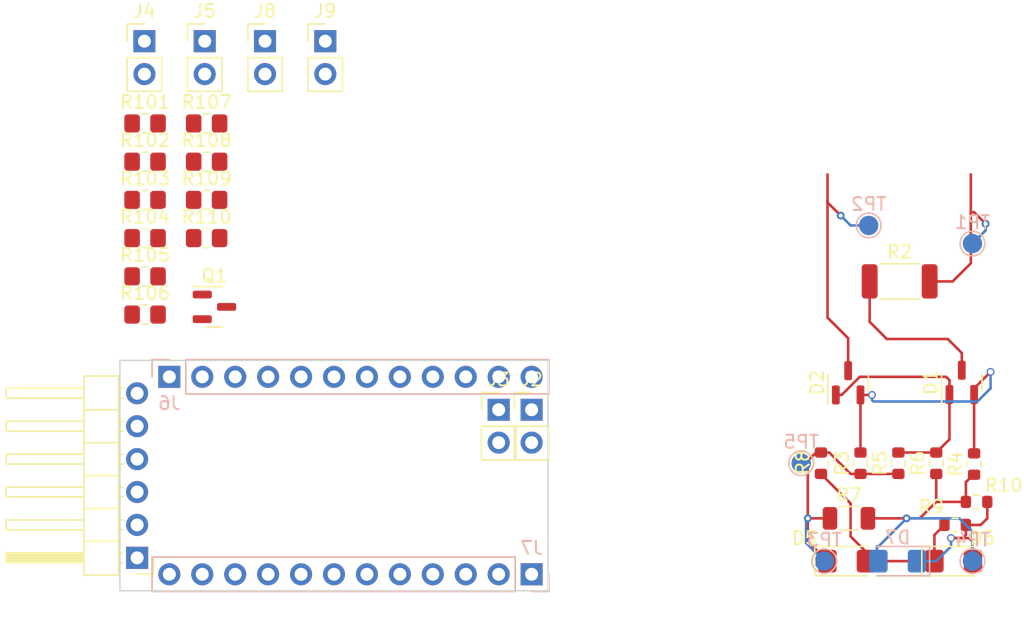
<source format=kicad_pcb>
(kicad_pcb (version 20221018) (generator pcbnew)
  (title_block (date "sam. 04 avril 2015"))
  (layers (0 "F.Cu" signal) (31 "B.Cu" signal) (34 "B.Paste" user) (35 "F.Paste" user) (36 "B.SilkS" user "B.Silkscreen") (37 "F.SilkS" user "F.Silkscreen") (38 "B.Mask" user) (39 "F.Mask" user) (44 "Edge.Cuts" user))
  (net 0 "")
  (net 1 "GND")
  (net 2 "/~{RESET}")
  (net 3 "VCC")
  (net 4 "/*D9")
  (net 5 "/D8")
  (net 6 "/D7")
  (net 7 "/*D6")
  (net 8 "/*D5")
  (net 9 "/D4")
  (net 10 "/A3")
  (net 11 "/A2")
  (net 12 "/A1")
  (net 13 "/A0")
  (net 14 "/A7")
  (net 15 "/A6")
  (net 16 "/D2")
  (net 17 "/*D3")
  (net 18 "/DTR")
  (net 19 "/TX")
  (net 20 "/RX")
  (net 21 "/SCL{slash}A5")
  (net 22 "/SDA{slash}A4")
  (net 23 "/SS{slash}*D10")
  (net 24 "/MOSI{slash}*D11")
  (net 25 "/MISO{slash}D12")
  (net 26 "/SCK{slash}D13")
  (net 27 "VDC")
  (net 28 "Net-(BT1-+)")
  (net 29 "Net-(BT1--)")
  (net 30 "Net-(Q1-B)")
  (net 31 "Net-(BZ1-+)")
  (net 32 "Net-(BZ1--)")
  (net 33 "/LED_1")
  (net 34 "/LED_2")
  (net 35 "/LED_3")
  (net 36 "/LED_4")
  (net 37 "Net-(D5-A)")
  (net 38 "Net-(D6-A)")
  (net 39 "/schineder button led circuit/Vin2")
  (net 40 "Net-(D7-A)")
  (net 41 "Net-(D1-A)")
  (net 42 "Net-(D1-K-Pad1)")
  (net 43 "Net-(D5-K)")
  (net 44 "/schineder button led circuit/Fill")
  (net 45 "/schineder button led circuit/Vin1")
  (footprint "Resistor_SMD:R_0805_2012Metric_Pad1.20x1.40mm_HandSolder" (layer "F.Cu") (at 101.9385 72.784)
    (fp_text reference "R104" (at 0 -1.65) (layer "F.SilkS"))
    (fp_text value "220")
    (fp_line (start -0.227064 -0.735) (end 0.227064 -0.735) (stroke (width 0.12)) (layer "F.SilkS"))
    (fp_line (start -0.227064 0.735) (end 0.227064 0.735) (stroke (width 0.12)) (layer "F.SilkS"))
    (pad "1" smd roundrect (at -1 0) (size 1.2 1.4) (layers "F.Cu" "F.Paste" "F.Mask") (roundrect_rratio 0.208333) (net 17 "/*D3"))
    (pad "2" smd roundrect (at 1 0) (size 1.2 1.4) (layers "F.Cu" "F.Paste" "F.Mask") (roundrect_rratio 0.208333) (net 34 "/LED_2"))
  )
  (footprint "Connector_PinHeader_2.54mm:PinHeader_1x02_P2.54mm_Vertical" (layer "F.Cu") (at 101.8885 57.584)
    (fp_text reference "J4" (at 0 -2.33) (layer "F.SilkS"))
    (fp_text value "Vi+")
    (fp_line (start -1.33 -1.33) (end 0 -1.33) (stroke (width 0.12)) (layer "F.SilkS"))
    (fp_line (start -1.33 0) (end -1.33 -1.33) (stroke (width 0.12)) (layer "F.SilkS"))
    (fp_line (start -1.33 1.27) (end -1.33 3.87) (stroke (width 0.12)) (layer "F.SilkS"))
    (fp_line (start -1.33 1.27) (end 1.33 1.27) (stroke (width 0.12)) (layer "F.SilkS"))
    (fp_line (start -1.33 3.87) (end 1.33 3.87) (stroke (width 0.12)) (layer "F.SilkS"))
    (fp_line (start 1.33 1.27) (end 1.33 3.87) (stroke (width 0.12)) (layer "F.SilkS"))
    (pad "1" thru_hole rect (at 0 0) (size 1.7 1.7) (drill 1) (layers "*.Cu" "*.Mask") (net 28 "Net-(BT1-+)"))
    (pad "2" thru_hole oval (at 0 2.54) (size 1.7 1.7) (drill 1) (layers "*.Cu" "*.Mask") (net 28 "Net-(BT1-+)"))
  )
  (footprint "Resistor_SMD:R_0805_2012Metric_Pad1.20x1.40mm_HandSolder" (layer "F.Cu") (at 106.6885 66.884)
    (fp_text reference "R108" (at 0 -1.65) (layer "F.SilkS"))
    (fp_text value "4k7")
    (fp_line (start -0.227064 -0.735) (end 0.227064 -0.735) (stroke (width 0.12)) (layer "F.SilkS"))
    (fp_line (start -0.227064 0.735) (end 0.227064 0.735) (stroke (width 0.12)) (layer "F.SilkS"))
    (pad "1" smd roundrect (at -1 0) (size 1.2 1.4) (layers "F.Cu" "F.Paste" "F.Mask") (roundrect_rratio 0.208333) (net 3 "VCC"))
    (pad "2" smd roundrect (at 1 0) (size 1.2 1.4) (layers "F.Cu" "F.Paste" "F.Mask") (roundrect_rratio 0.208333) (net 12 "/A1"))
  )
  (footprint "Resistor_SMD:R_0603_1608Metric" (layer "F.Cu") (at 164.413 94.92)
    (fp_text reference "R9" (at -1.842 -1.397) (layer "F.SilkS"))
    (fp_text value "NC")
    (fp_line (start -0.237258 -0.5225) (end 0.237258 -0.5225) (stroke (width 0.12)) (layer "F.SilkS"))
    (fp_line (start -0.237258 0.5225) (end 0.237258 0.5225) (stroke (width 0.12)) (layer "F.SilkS"))
    (pad "1" smd roundrect (at -0.825 0) (size 0.8 0.95) (layers "F.Cu" "F.Paste" "F.Mask") (net 37 "Net-(D5-A)"))
    (pad "2" smd roundrect (at 0.825 0) (size 0.8 0.95) (layers "F.Cu" "F.Paste" "F.Mask") (net 38 "Net-(D6-A)"))
  )
  (footprint "Resistor_SMD:R_0805_2012Metric_Pad1.20x1.40mm_HandSolder" (layer "F.Cu") (at 106.6885 63.934)
    (fp_text reference "R107" (at 0 -1.65) (layer "F.SilkS"))
    (fp_text value "4k7")
    (fp_line (start -0.227064 -0.735) (end 0.227064 -0.735) (stroke (width 0.12)) (layer "F.SilkS"))
    (fp_line (start -0.227064 0.735) (end 0.227064 0.735) (stroke (width 0.12)) (layer "F.SilkS"))
    (pad "1" smd roundrect (at -1 0) (size 1.2 1.4) (layers "F.Cu" "F.Paste" "F.Mask") (roundrect_rratio 0.208333) (net 3 "VCC"))
    (pad "2" smd roundrect (at 1 0) (size 1.2 1.4) (layers "F.Cu" "F.Paste" "F.Mask") (roundrect_rratio 0.208333) (net 13 "/A0"))
  )
  (footprint "Package_TO_SOT_SMD:SOT-23" (layer "F.Cu") (at 156.16 83.9495 90)
    (fp_text reference "D2" (at 0 -2.4 90) (layer "F.SilkS"))
    (fp_text value "BAV99")
    (fp_line (start 0 -1.56) (end -1.675 -1.56) (stroke (width 0.12)) (layer "F.SilkS"))
    (fp_line (start 0 -1.56) (end 0.65 -1.56) (stroke (width 0.12)) (layer "F.SilkS"))
    (fp_line (start 0 1.56) (end -0.65 1.56) (stroke (width 0.12)) (layer "F.SilkS"))
    (fp_line (start 0 1.56) (end 0.65 1.56) (stroke (width 0.12)) (layer "F.SilkS"))
    (pad "1" smd roundrect (at -0.9375 -0.95 90) (size 1.475 0.6) (layers "F.Cu" "F.Paste" "F.Mask") (net 42 "Net-(D1-K-Pad1)"))
    (pad "2" smd roundrect (at -0.9375 0.95 90) (size 1.475 0.6) (layers "F.Cu" "F.Paste" "F.Mask") (net 41 "Net-(D1-A)"))
    (pad "3" smd roundrect (at 0.9375 0 90) (size 1.475 0.6) (layers "F.Cu" "F.Paste" "F.Mask") (net 45 "/schineder button led circuit/Vin1"))
  )
  (footprint "Connector_PinHeader_2.54mm:PinHeader_1x02_P2.54mm_Vertical" (layer "F.Cu") (at 131.75 86.03)
    (fp_text reference "J2" (at 0 -2.33) (layer "F.SilkS"))
    (fp_text value "I2C")
    (fp_line (start -1.33 -1.33) (end 0 -1.33) (stroke (width 0.12)) (layer "F.SilkS"))
    (fp_line (start -1.33 0) (end -1.33 -1.33) (stroke (width 0.12)) (layer "F.SilkS"))
    (fp_line (start -1.33 1.27) (end -1.33 3.87) (stroke (width 0.12)) (layer "F.SilkS"))
    (fp_line (start -1.33 1.27) (end 1.33 1.27) (stroke (width 0.12)) (layer "F.SilkS"))
    (fp_line (start -1.33 3.87) (end 1.33 3.87) (stroke (width 0.12)) (layer "F.SilkS"))
    (fp_line (start 1.33 1.27) (end 1.33 3.87) (stroke (width 0.12)) (layer "F.SilkS"))
    (pad "1" thru_hole rect (at 0 0) (size 1.7 1.7) (drill 1) (layers "*.Cu" "*.Mask") (net 22 "/SDA{slash}A4"))
    (pad "2" thru_hole oval (at 0 2.54) (size 1.7 1.7) (drill 1) (layers "*.Cu" "*.Mask") (net 21 "/SCL{slash}A5"))
  )
  (footprint "Resistor_SMD:R_0805_2012Metric_Pad1.20x1.40mm_HandSolder" (layer "F.Cu") (at 101.9385 63.934)
    (fp_text reference "R101" (at 0 -1.65) (layer "F.SilkS"))
    (fp_text value "R")
    (fp_line (start -0.227064 -0.735) (end 0.227064 -0.735) (stroke (width 0.12)) (layer "F.SilkS"))
    (fp_line (start -0.227064 0.735) (end 0.227064 0.735) (stroke (width 0.12)) (layer "F.SilkS"))
    (pad "1" smd roundrect (at -1 0) (size 1.2 1.4) (layers "F.Cu" "F.Paste" "F.Mask") (roundrect_rratio 0.208333) (net 3 "VCC"))
    (pad "2" smd roundrect (at 1 0) (size 1.2 1.4) (layers "F.Cu" "F.Paste" "F.Mask") (roundrect_rratio 0.208333) (net 32 "Net-(BZ1--)"))
  )
  (footprint "Package_TO_SOT_SMD:SOT-23" (layer "F.Cu") (at 164.923 83.9195 90)
    (fp_text reference "D1" (at 0 -2.4 90) (layer "F.SilkS"))
    (fp_text value "BAV99")
    (fp_line (start 0 -1.56) (end -1.675 -1.56) (stroke (width 0.12)) (layer "F.SilkS"))
    (fp_line (start 0 -1.56) (end 0.65 -1.56) (stroke (width 0.12)) (layer "F.SilkS"))
    (fp_line (start 0 1.56) (end -0.65 1.56) (stroke (width 0.12)) (layer "F.SilkS"))
    (fp_line (start 0 1.56) (end 0.65 1.56) (stroke (width 0.12)) (layer "F.SilkS"))
    (pad "1" smd roundrect (at -0.9375 -0.95 90) (size 1.475 0.6) (layers "F.Cu" "F.Paste" "F.Mask") (net 42 "Net-(D1-K-Pad1)"))
    (pad "2" smd roundrect (at -0.9375 0.95 90) (size 1.475 0.6) (layers "F.Cu" "F.Paste" "F.Mask") (net 41 "Net-(D1-A)"))
    (pad "3" smd roundrect (at 0.9375 0 90) (size 1.475 0.6) (layers "F.Cu" "F.Paste" "F.Mask") (net 44 "/schineder button led circuit/Fill"))
  )
  (footprint "Resistor_SMD:R_0603_1608Metric" (layer "F.Cu") (at 166.064 93.142)
    (fp_text reference "R10" (at 2.095 -1.27) (layer "F.SilkS"))
    (fp_text value "NC")
    (fp_line (start -0.237258 -0.5225) (end 0.237258 -0.5225) (stroke (width 0.12)) (layer "F.SilkS"))
    (fp_line (start -0.237258 0.5225) (end 0.237258 0.5225) (stroke (width 0.12)) (layer "F.SilkS"))
    (pad "1" smd roundrect (at -0.825 0) (size 0.8 0.95) (layers "F.Cu" "F.Paste" "F.Mask") (net 40 "Net-(D7-A)"))
    (pad "2" smd roundrect (at 0.825 0) (size 0.8 0.95) (layers "F.Cu" "F.Paste" "F.Mask") (net 38 "Net-(D6-A)"))
  )
  (footprint "Resistor_SMD:R_0603_1608Metric" (layer "F.Cu") (at 162.952 90.158 90)
    (fp_text reference "R6" (at 0 -1.43 90) (layer "F.SilkS"))
    (fp_text value "NC")
    (fp_line (start -0.237258 -0.5225) (end 0.237258 -0.5225) (stroke (width 0.12)) (layer "F.SilkS"))
    (fp_line (start -0.237258 0.5225) (end 0.237258 0.5225) (stroke (width 0.12)) (layer "F.SilkS"))
    (pad "1" smd roundrect (at -0.825 0 90) (size 0.8 0.95) (layers "F.Cu" "F.Paste" "F.Mask") (net 40 "Net-(D7-A)"))
    (pad "2" smd roundrect (at 0.825 0 90) (size 0.8 0.95) (layers "F.Cu" "F.Paste" "F.Mask") (net 42 "Net-(D1-K-Pad1)"))
  )
  (footprint "Connector_PinHeader_2.54mm:PinHeader_1x02_P2.54mm_Vertical" (layer "F.Cu") (at 111.1885 57.584)
    (fp_text reference "J8" (at 0 -2.33) (layer "F.SilkS"))
    (fp_text value "Vo-")
    (fp_line (start -1.33 -1.33) (end 0 -1.33) (stroke (width 0.12)) (layer "F.SilkS"))
    (fp_line (start -1.33 0) (end -1.33 -1.33) (stroke (width 0.12)) (layer "F.SilkS"))
    (fp_line (start -1.33 1.27) (end -1.33 3.87) (stroke (width 0.12)) (layer "F.SilkS"))
    (fp_line (start -1.33 1.27) (end 1.33 1.27) (stroke (width 0.12)) (layer "F.SilkS"))
    (fp_line (start -1.33 3.87) (end 1.33 3.87) (stroke (width 0.12)) (layer "F.SilkS"))
    (fp_line (start 1.33 1.27) (end 1.33 3.87) (stroke (width 0.12)) (layer "F.SilkS"))
    (pad "1" thru_hole rect (at 0 0) (size 1.7 1.7) (drill 1) (layers "*.Cu" "*.Mask") (net 1 "GND"))
    (pad "2" thru_hole oval (at 0 2.54) (size 1.7 1.7) (drill 1) (layers "*.Cu" "*.Mask") (net 1 "GND"))
  )
  (footprint "Resistor_SMD:R_0603_1608Metric" (layer "F.Cu") (at 157.11 90.157 90)
    (fp_text reference "R3" (at 0 -1.43 90) (layer "F.SilkS"))
    (fp_text value "NC")
    (fp_line (start -0.237258 -0.5225) (end 0.237258 -0.5225) (stroke (width 0.12)) (layer "F.SilkS"))
    (fp_line (start -0.237258 0.5225) (end 0.237258 0.5225) (stroke (width 0.12)) (layer "F.SilkS"))
    (pad "1" smd roundrect (at -0.825 0 90) (size 0.8 0.95) (layers "F.Cu" "F.Paste" "F.Mask") (net 43 "Net-(D5-K)"))
    (pad "2" smd roundrect (at 0.825 0 90) (size 0.8 0.95) (layers "F.Cu" "F.Paste" "F.Mask") (net 41 "Net-(D1-A)"))
  )
  (footprint "LED_SMD:LED_1206_3216Metric_Pad1.42x1.75mm_HandSolder" (layer "F.Cu") (at 156.0435 97.714)
    (fp_text reference "D5" (at -3.2515 -1.778) (layer "F.SilkS"))
    (fp_text value "LED")
    (fp_line (start -2.46 -1.135) (end -2.46 1.135) (stroke (width 0.12)) (layer "F.SilkS"))
    (fp_line (start -2.46 1.135) (end 1.6 1.135) (stroke (width 0.12)) (layer "F.SilkS"))
    (fp_line (start 1.6 -1.135) (end -2.46 -1.135) (stroke (width 0.12)) (layer "F.SilkS"))
    (pad "1" smd roundrect (at -1.4875 0) (size 1.425 1.75) (layers "F.Cu" "F.Paste" "F.Mask") (roundrect_rratio 0.175439) (net 43 "Net-(D5-K)"))
    (pad "2" smd roundrect (at 1.4875 0) (size 1.425 1.75) (layers "F.Cu" "F.Paste" "F.Mask") (roundrect_rratio 0.175439) (net 37 "Net-(D5-A)"))
  )
  (footprint "Resistor_SMD:R_0805_2012Metric_Pad1.20x1.40mm_HandSolder" (layer "F.Cu") (at 101.9385 78.684)
    (fp_text reference "R106" (at 0 -1.65) (layer "F.SilkS"))
    (fp_text value "220")
    (fp_line (start -0.227064 -0.735) (end 0.227064 -0.735) (stroke (width 0.12)) (layer "F.SilkS"))
    (fp_line (start -0.227064 0.735) (end 0.227064 0.735) (stroke (width 0.12)) (layer "F.SilkS"))
    (pad "1" smd roundrect (at -1 0) (size 1.2 1.4) (layers "F.Cu" "F.Paste" "F.Mask") (roundrect_rratio 0.208333) (net 8 "/*D5"))
    (pad "2" smd roundrect (at 1 0) (size 1.2 1.4) (layers "F.Cu" "F.Paste" "F.Mask") (roundrect_rratio 0.208333) (net 36 "/LED_4"))
  )
  (footprint "Resistor_SMD:R_0805_2012Metric_Pad1.20x1.40mm_HandSolder" (layer "F.Cu") (at 106.6885 69.834)
    (fp_text reference "R109" (at 0 -1.65) (layer "F.SilkS"))
    (fp_text value "4k7")
    (fp_line (start -0.227064 -0.735) (end 0.227064 -0.735) (stroke (width 0.12)) (layer "F.SilkS"))
    (fp_line (start -0.227064 0.735) (end 0.227064 0.735) (stroke (width 0.12)) (layer "F.SilkS"))
    (pad "1" smd roundrect (at -1 0) (size 1.2 1.4) (layers "F.Cu" "F.Paste" "F.Mask") (roundrect_rratio 0.208333) (net 3 "VCC"))
    (pad "2" smd roundrect (at 1 0) (size 1.2 1.4) (layers "F.Cu" "F.Paste" "F.Mask") (roundrect_rratio 0.208333) (net 11 "/A2"))
  )
  (footprint "Connector_PinHeader_2.54mm:PinHeader_1x06_P2.54mm_Horizontal" (layer "F.Cu") (at 101.327 97.46 180)
    (fp_text reference "J1" hide)
    (fp_text value "FTDI")
    (fp_line (start -1.27 -1.27) (end 0 -1.27) (stroke (width 0.12)) (layer "F.SilkS"))
    (fp_line (start -1.27 0) (end -1.27 -1.27) (stroke (width 0.12)) (layer "F.SilkS"))
    (fp_line (start 1.042929 2.16) (end 1.44 2.16) (stroke (width 0.12)) (layer "F.SilkS"))
    (fp_line (start 1.042929 2.92) (end 1.44 2.92) (stroke (width 0.12)) (layer "F.SilkS"))
    (fp_line (start 1.042929 4.7) (end 1.44 4.7) (stroke (width 0.12)) (layer "F.SilkS"))
    (fp_line (start 1.042929 5.46) (end 1.44 5.46) (stroke (width 0.12)) (layer "F.SilkS"))
    (fp_line (start 1.042929 7.24) (end 1.44 7.24) (stroke (width 0.12)) (layer "F.SilkS"))
    (fp_line (start 1.042929 8) (end 1.44 8) (stroke (width 0.12)) (layer "F.SilkS"))
    (fp_line (start 1.042929 9.78) (end 1.44 9.78) (stroke (width 0.12)) (layer "F.SilkS"))
    (fp_line (start 1.042929 10.54) (end 1.44 10.54) (stroke (width 0.12)) (layer "F.SilkS"))
    (fp_line (start 1.042929 12.32) (end 1.44 12.32) (stroke (width 0.12)) (layer "F.SilkS"))
    (fp_line (start 1.042929 13.08) (end 1.44 13.08) (stroke (width 0.12)) (layer "F.SilkS"))
    (fp_line (start 1.11 -0.38) (end 1.44 -0.38) (stroke (width 0.12)) (layer "F.SilkS"))
    (fp_line (start 1.11 0.38) (end 1.44 0.38) (stroke (width 0.12)) (layer "F.SilkS"))
    (fp_line (start 1.44 -1.33) (end 1.44 14.03) (stroke (width 0.12)) (layer "F.SilkS"))
    (fp_line (start 1.44 1.27) (end 4.1 1.27) (stroke (width 0.12)) (layer "F.SilkS"))
    (fp_line (start 1.44 3.81) (end 4.1 3.81) (stroke (width 0.12)) (layer "F.SilkS"))
    (fp_line (start 1.44 6.35) (end 4.1 6.35) (stroke (width 0.12)) (layer "F.SilkS"))
    (fp_line (start 1.44 8.89) (end 4.1 8.89) (stroke (width 0.12)) (layer "F.SilkS"))
    (fp_line (start 1.44 11.43) (end 4.1 11.43) (stroke (width 0.12)) (layer "F.SilkS"))
    (fp_line (start 1.44 14.03) (end 4.1 14.03) (stroke (width 0.12)) (layer "F.SilkS"))
    (fp_line (start 4.1 -1.33) (end 1.44 -1.33) (stroke (width 0.12)) (layer "F.SilkS"))
    (fp_line (start 4.1 -0.38) (end 10.1 -0.38) (stroke (width 0.12)) (layer "F.SilkS"))
    (fp_line (start 4.1 -0.32) (end 10.1 -0.32) (stroke (width 0.12)) (layer "F.SilkS"))
    (fp_line (start 4.1 -0.2) (end 10.1 -0.2) (stroke (width 0.12)) (layer "F.SilkS"))
    (fp_line (start 4.1 -0.08) (end 10.1 -0.08) (stroke (width 0.12)) (layer "F.SilkS"))
    (fp_line (start 4.1 0.04) (end 10.1 0.04) (stroke (width 0.12)) (layer "F.SilkS"))
    (fp_line (start 4.1 0.16) (end 10.1 0.16) (stroke (width 0.12)) (layer "F.SilkS"))
    (fp_line (start 4.1 0.28) (end 10.1 0.28) (stroke (width 0.12)) (layer "F.SilkS"))
    (fp_line (start 4.1 2.16) (end 10.1 2.16) (stroke (width 0.12)) (layer "F.SilkS"))
    (fp_line (start 4.1 4.7) (end 10.1 4.7) (stroke (width 0.12)) (layer "F.SilkS"))
    (fp_line (start 4.1 7.24) (end 10.1 7.24) (stroke (width 0.12)) (layer "F.SilkS"))
    (fp_line (start 4.1 9.78) (end 10.1 9.78) (stroke (width 0.12)) (layer "F.SilkS"))
    (fp_line (start 4.1 12.32) (end 10.1 12.32) (stroke (width 0.12)) (layer "F.SilkS"))
    (fp_line (start 4.1 14.03) (end 4.1 -1.33) (stroke (width 0.12)) (layer "F.SilkS"))
    (fp_line (start 10.1 -0.38) (end 10.1 0.38) (stroke (width 0.12)) (layer "F.SilkS"))
    (fp_line (start 10.1 0.38) (end 4.1 0.38) (stroke (width 0.12)) (layer "F.SilkS"))
    (fp_line (start 10.1 2.16) (end 10.1 2.92) (stroke (width 0.12)) (layer "F.SilkS"))
    (fp_line (start 10.1 2.92) (end 4.1 2.92) (stroke (width 0.12)) (layer "F.SilkS"))
    (fp_line (start 10.1 4.7) (end 10.1 5.46) (stroke (width 0.12)) (layer "F.SilkS"))
    (fp_line (start 10.1 5.46) (end 4.1 5.46) (stroke (width 0.12)) (layer "F.SilkS"))
    (fp_line (start 10.1 7.24) (end 10.1 8) (stroke (width 0.12)) (layer "F.SilkS"))
    (fp_line (start 10.1 8) (end 4.1 8) (stroke (width 0.12)) (layer "F.SilkS"))
    (fp_line (start 10.1 9.78) (end 10.1 10.54) (stroke (width 0.12)) (layer "F.SilkS"))
    (fp_line (start 10.1 10.54) (end 4.1 10.54) (stroke (width 0.12)) (layer "F.SilkS"))
    (fp_line (start 10.1 12.32) (end 10.1 13.08) (stroke (width 0.12)) (layer "F.SilkS"))
    (fp_line (start 10.1 13.08) (end 4.1 13.08) (stroke (width 0.12)) (layer "F.SilkS"))
    (pad "1" thru_hole rect (at 0 0 180) (size 1.7 1.7) (drill 1) (layers "*.Cu" "*.Mask") (net 1 "GND"))
    (pad "2" thru_hole oval (at 0 2.54 180) (size 1.7 1.7) (drill 1) (layers "*.Cu" "*.Mask") (net 1 "GND"))
    (pad "3" thru_hole oval (at 0 5.08 180) (size 1.7 1.7) (drill 1) (layers "*.Cu" "*.Mask") (net 3 "VCC"))
    (pad "4" thru_hole oval (at 0 7.62 180) (size 1.7 1.7) (drill 1) (layers "*.Cu" "*.Mask") (net 20 "/RX"))
    (pad "5" thru_hole oval (at 0 10.16 180) (size 1.7 1.7) (drill 1) (layers "*.Cu" "*.Mask") (net 19 "/TX"))
    (pad "6" thru_hole oval (at 0 12.7 180) (size 1.7 1.7) (drill 1) (layers "*.Cu" "*.Mask") (net 18 "/DTR"))
  )
  (footprint "Resistor_SMD:R_1206_3216Metric" (layer "F.Cu") (at 156.221 94.412)
    (fp_text reference "R7" (at 0 -1.82) (layer "F.SilkS"))
    (fp_text value "1k5")
    (fp_line (start -0.727064 -0.91) (end 0.727064 -0.91) (stroke (width 0.12)) (layer "F.SilkS"))
    (fp_line (start -0.727064 0.91) (end 0.727064 0.91) (stroke (width 0.12)) (layer "F.SilkS"))
    (pad "1" smd roundrect (at -1.4625 0) (size 1.125 1.75) (layers "F.Cu" "F.Paste" "F.Mask") (roundrect_rratio 0.222222) (net 43 "Net-(D5-K)"))
    (pad "2" smd roundrect (at 1.4625 0) (size 1.125 1.75) (layers "F.Cu" "F.Paste" "F.Mask") (roundrect_rratio 0.222222) (net 40 "Net-(D7-A)"))
  )
  (footprint "Connector_PinHeader_2.54mm:PinHeader_1x02_P2.54mm_Vertical" (layer "F.Cu") (at 129.21 86.03)
    (fp_text reference "J3" (at 0 -2.33) (layer "F.SilkS"))
    (fp_text value "Analog")
    (fp_line (start -1.33 -1.33) (end 0 -1.33) (stroke (width 0.12)) (layer "F.SilkS"))
    (fp_line (start -1.33 0) (end -1.33 -1.33) (stroke (width 0.12)) (layer "F.SilkS"))
    (fp_line (start -1.33 1.27) (end -1.33 3.87) (stroke (width 0.12)) (layer "F.SilkS"))
    (fp_line (start -1.33 1.27) (end 1.33 1.27) (stroke (width 0.12)) (layer "F.SilkS"))
    (fp_line (start -1.33 3.87) (end 1.33 3.87) (stroke (width 0.12)) (layer "F.SilkS"))
    (fp_line (start 1.33 1.27) (end 1.33 3.87) (stroke (width 0.12)) (layer "F.SilkS"))
    (pad "1" thru_hole rect (at 0 0) (size 1.7 1.7) (drill 1) (layers "*.Cu" "*.Mask") (net 15 "/A6"))
    (pad "2" thru_hole oval (at 0 2.54) (size 1.7 1.7) (drill 1) (layers "*.Cu" "*.Mask") (net 14 "/A7"))
  )
  (footprint "Resistor_SMD:R_0805_2012Metric_Pad1.20x1.40mm_HandSolder" (layer "F.Cu") (at 101.9385 66.884)
    (fp_text reference "R102" (at 0 -1.65) (layer "F.SilkS"))
    (fp_text value "R")
    (fp_line (start -0.227064 -0.735) (end 0.227064 -0.735) (stroke (width 0.12)) (layer "F.SilkS"))
    (fp_line (start -0.227064 0.735) (end 0.227064 0.735) (stroke (width 0.12)) (layer "F.SilkS"))
    (pad "1" smd roundrect (at -1 0) (size 1.2 1.4) (layers "F.Cu" "F.Paste" "F.Mask") (roundrect_rratio 0.208333) (net 7 "/*D6"))
    (pad "2" smd roundrect (at 1 0) (size 1.2 1.4) (layers "F.Cu" "F.Paste" "F.Mask") (roundrect_rratio 0.208333) (net 30 "Net-(Q1-B)"))
  )
  (footprint "LED_SMD:LED_1206_3216Metric_Pad1.42x1.75mm_HandSolder" (layer "F.Cu") (at 164.2985 97.714)
    (fp_text reference "D6" (at 2.2095 -1.778) (layer "F.SilkS"))
    (fp_text value "LED")
    (fp_line (start -2.46 -1.135) (end -2.46 1.135) (stroke (width 0.12)) (layer "F.SilkS"))
    (fp_line (start -2.46 1.135) (end 1.6 1.135) (stroke (width 0.12)) (layer "F.SilkS"))
    (fp_line (start 1.6 -1.135) (end -2.46 -1.135) (stroke (width 0.12)) (layer "F.SilkS"))
    (pad "1" smd roundrect (at -1.4875 0) (size 1.425 1.75) (layers "F.Cu" "F.Paste" "F.Mask") (roundrect_rratio 0.175439) (net 37 "Net-(D5-A)"))
    (pad "2" smd roundrect (at 1.4875 0) (size 1.425 1.75) (layers "F.Cu" "F.Paste" "F.Mask") (roundrect_rratio 0.175439) (net 38 "Net-(D6-A)"))
  )
  (footprint "Resistor_SMD:R_0805_2012Metric_Pad1.20x1.40mm_HandSolder" (layer "F.Cu") (at 106.6885 72.784)
    (fp_text reference "R110" (at 0 -1.65) (layer "F.SilkS"))
    (fp_text value "4k7")
    (fp_line (start -0.227064 -0.735) (end 0.227064 -0.735) (stroke (width 0.12)) (layer "F.SilkS"))
    (fp_line (start -0.227064 0.735) (end 0.227064 0.735) (stroke (width 0.12)) (layer "F.SilkS"))
    (pad "1" smd roundrect (at -1 0) (size 1.2 1.4) (layers "F.Cu" "F.Paste" "F.Mask") (roundrect_rratio 0.208333) (net 3 "VCC"))
    (pad "2" smd roundrect (at 1 0) (size 1.2 1.4) (layers "F.Cu" "F.Paste" "F.Mask") (roundrect_rratio 0.208333) (net 10 "/A3"))
  )
  (footprint "Resistor_SMD:R_2010_5025Metric" (layer "F.Cu") (at 160.1315 76.124)
    (fp_text reference "R2" (at 0 -2.28) (layer "F.SilkS"))
    (fp_text value "1k")
    (fp_line (start -1.527064 -1.36) (end 1.527064 -1.36) (stroke (width 0.12)) (layer "F.SilkS"))
    (fp_line (start -1.527064 1.36) (end 1.527064 1.36) (stroke (width 0.12)) (layer "F.SilkS"))
    (pad "1" smd roundrect (at -2.3125 0) (size 1.225 2.65) (layers "F.Cu" "F.Paste" "F.Mask") (roundrect_rratio 0.204082) (net 44 "/schineder button led circuit/Fill"))
    (pad "2" smd roundrect (at 2.3125 0) (size 1.225 2.65) (layers "F.Cu" "F.Paste" "F.Mask") (roundrect_rratio 0.204082) (net 39 "/schineder button led circuit/Vin2"))
  )
  (footprint "Resistor_SMD:R_0603_1608Metric" (layer "F.Cu") (at 154.062 90.157 -90)
    (fp_text reference "R8" (at -0.063 1.397 90) (layer "F.SilkS"))
    (fp_text value "NC")
    (fp_line (start -0.237258 -0.5225) (end 0.237258 -0.5225) (stroke (width 0.12)) (layer "F.SilkS"))
    (fp_line (start -0.237258 0.5225) (end 0.237258 0.5225) (stroke (width 0.12)) (layer "F.SilkS"))
    (pad "1" smd roundrect (at -0.825 0 270) (size 0.8 0.95) (layers "F.Cu" "F.Paste" "F.Mask") (net 43 "Net-(D5-K)"))
    (pad "2" smd roundrect (at 0.825 0 270) (size 0.8 0.95) (layers "F.Cu" "F.Paste" "F.Mask") (net 37 "Net-(D5-A)"))
  )
  (footprint "Resistor_SMD:R_0805_2012Metric_Pad1.20x1.40mm_HandSolder" (layer "F.Cu") (at 101.9385 75.734)
    (fp_text reference "R105" (at 0 -1.65) (layer "F.SilkS"))
    (fp_text value "220")
    (fp_line (start -0.227064 -0.735) (end 0.227064 -0.735) (stroke (width 0.12)) (layer "F.SilkS"))
    (fp_line (start -0.227064 0.735) (end 0.227064 0.735) (stroke (width 0.12)) (layer "F.SilkS"))
    (pad "1" smd roundrect (at -1 0) (size 1.2 1.4) (layers "F.Cu" "F.Paste" "F.Mask") (roundrect_rratio 0.208333) (net 9 "/D4"))
    (pad "2" smd roundrect (at 1 0) (size 1.2 1.4) (layers "F.Cu" "F.Paste" "F.Mask") (roundrect_rratio 0.208333) (net 35 "/LED_3"))
  )
  (footprint "Resistor_SMD:R_0603_1608Metric" (layer "F.Cu") (at 160.031 90.157 90)
    (fp_text reference "R5" (at 0 -1.43 90) (layer "F.SilkS"))
    (fp_text value "R")
    (fp_line (start -0.237258 -0.5225) (end 0.237258 -0.5225) (stroke (width 0.12)) (layer "F.SilkS"))
    (fp_line (start -0.237258 0.5225) (end 0.237258 0.5225) (stroke (width 0.12)) (layer "F.SilkS"))
    (pad "1" smd roundrect (at -0.825 0 90) (size 0.8 0.95) (layers "F.Cu" "F.Paste" "F.Mask") (net 43 "Net-(D5-K)"))
    (pad "2" smd roundrect (at 0.825 0 90) (size 0.8 0.95) (layers "F.Cu" "F.Paste" "F.Mask") (net 42 "Net-(D1-K-Pad1)"))
  )
  (footprint "Connector_PinHeader_2.54mm:PinHeader_1x02_P2.54mm_Vertical" (layer "F.Cu") (at 115.8385 57.584)
    (fp_text reference "J9" (at 0 -2.33) (layer "F.SilkS"))
    (fp_text value "Vo+")
    (fp_line (start -1.33 -1.33) (end 0 -1.33) (stroke (width 0.12)) (layer "F.SilkS"))
    (fp_line (start -1.33 0) (end -1.33 -1.33) (stroke (width 0.12)) (layer "F.SilkS"))
    (fp_line (start -1.33 1.27) (end -1.33 3.87) (stroke (width 0.12)) (layer "F.SilkS"))
    (fp_line (start -1.33 1.27) (end 1.33 1.27) (stroke (width 0.12)) (layer "F.SilkS"))
    (fp_line (start -1.33 3.87) (end 1.33 3.87) (stroke (width 0.12)) (layer "F.SilkS"))
    (fp_line (start 1.33 1.27) (end 1.33 3.87) (stroke (width 0.12)) (layer "F.SilkS"))
    (pad "1" thru_hole rect (at 0 0) (size 1.7 1.7) (drill 1) (layers "*.Cu" "*.Mask") (net 3 "VCC"))
    (pad "2" thru_hole oval (at 0 2.54) (size 1.7 1.7) (drill 1) (layers "*.Cu" "*.Mask") (net 3 "VCC"))
  )
  (footprint "Package_TO_SOT_SMD:SOT-23" (layer "F.Cu") (at 107.2875 78.09)
    (fp_text reference "Q1" (at 0 -2.4) (layer "F.SilkS"))
    (fp_text value "MMBT2222A")
    (fp_line (start 0 -1.56) (end -1.675 -1.56) (stroke (width 0.12)) (layer "F.SilkS"))
    (fp_line (start 0 -1.56) (end 0.65 -1.56) (stroke (width 0.12)) (layer "F.SilkS"))
    (fp_line (start 0 1.56) (end -0.65 1.56) (stroke (width 0.12)) (layer "F.SilkS"))
    (fp_line (start 0 1.56) (end 0.65 1.56) (stroke (width 0.12)) (layer "F.SilkS"))
    (pad "1" smd roundrect (at -0.9375 -0.95) (size 1.475 0.6) (layers "F.Cu" "F.Paste" "F.Mask") (net 30 "Net-(Q1-B)"))
    (pad "2" smd roundrect (at -0.9375 0.95) (size 1.475 0.6) (layers "F.Cu" "F.Paste" "F.Mask") (net 1 "GND"))
    (pad "3" smd roundrect (at 0.9375 0) (size 1.475 0.6) (layers "F.Cu" "F.Paste" "F.Mask") (net 31 "Net-(BZ1-+)"))
  )
  (footprint "Resistor_SMD:R_0805_2012Metric_Pad1.20x1.40mm_HandSolder" (layer "F.Cu") (at 101.9385 69.834)
    (fp_text reference "R103" (at 0 -1.65) (layer "F.SilkS"))
    (fp_text value "220")
    (fp_line (start -0.227064 -0.735) (end 0.227064 -0.735) (stroke (width 0.12)) (layer "F.SilkS"))
    (fp_line (start -0.227064 0.735) (end 0.227064 0.735) (stroke (width 0.12)) (layer "F.SilkS"))
    (pad "1" smd roundrect (at -1 0) (size 1.2 1.4) (layers "F.Cu" "F.Paste" "F.Mask") (roundrect_rratio 0.208333) (net 16 "/D2"))
    (pad "2" smd roundrect (at 1 0) (size 1.2 1.4) (layers "F.Cu" "F.Paste" "F.Mask") (roundrect_rratio 0.208333) (net 33 "/LED_1"))
  )
  (footprint "Resistor_SMD:R_0603_1608Metric" (layer "F.Cu") (at 165.873 90.221 90)
    (fp_text reference "R4" (at 0 -1.43 90) (layer "F.SilkS"))
    (fp_text value "R")
    (fp_line (start -0.237258 -0.5225) (end 0.237258 -0.5225) (stroke (width 0.12)) (layer "F.SilkS"))
    (fp_line (start -0.237258 0.5225) (end 0.237258 0.5225) (stroke (width 0.12)) (layer "F.SilkS"))
    (pad "1" smd roundrect (at -0.825 0 90) (size 0.8 0.95) (layers "F.Cu" "F.Paste" "F.Mask") (net 40 "Net-(D7-A)"))
    (pad "2" smd roundrect (at 0.825 0 90) (size 0.8 0.95) (layers "F.Cu" "F.Paste" "F.Mask") (net 41 "Net-(D1-A)"))
  )
  (footprint "Connector_PinHeader_2.54mm:PinHeader_1x02_P2.54mm_Vertical" (layer "F.Cu") (at 106.5385 57.584)
    (fp_text reference "J5" (at 0 -2.33) (layer "F.SilkS"))
    (fp_text value "Vi-")
    (fp_line (start -1.33 -1.33) (end 0 -1.33) (stroke (width 0.12)) (layer "F.SilkS"))
    (fp_line (start -1.33 0) (end -1.33 -1.33) (stroke (width 0.12)) (layer "F.SilkS"))
    (fp_line (start -1.33 1.27) (end -1.33 3.87) (stroke (width 0.12)) (layer "F.SilkS"))
    (fp_line (start -1.33 1.27) (end 1.33 1.27) (stroke (width 0.12)) (layer "F.SilkS"))
    (fp_line (start -1.33 3.87) (end 1.33 3.87) (stroke (width 0.12)) (layer "F.SilkS"))
    (fp_line (start 1.33 1.27) (end 1.33 3.87) (stroke (width 0.12)) (layer "F.SilkS"))
    (pad "1" thru_hole rect (at 0 0) (size 1.7 1.7) (drill 1) (layers "*.Cu" "*.Mask") (net 29 "Net-(BT1--)"))
    (pad "2" thru_hole oval (at 0 2.54) (size 1.7 1.7) (drill 1) (layers "*.Cu" "*.Mask") (net 29 "Net-(BT1--)"))
  )
  (footprint "Connector_PinHeader_2.54mm:PinHeader_1x12_P2.54mm_Vertical" (layer "B.Cu") (at 131.75 98.73 90)
    (fp_text reference "J7" (at 2.032 0 180) (layer "B.SilkS") (effects (justify mirror)))
    (fp_text value "Digital")
    (fp_line (start -1.33 -29.27) (end 1.33 -29.27) (stroke (width 0.12)) (layer "B.SilkS"))
    (fp_line (start -1.33 -1.27) (end -1.33 -29.27) (stroke (width 0.12)) (layer "B.SilkS"))
    (fp_line (start -1.33 -1.27) (end 1.33 -1.27) (stroke (width 0.12)) (layer "B.SilkS"))
    (fp_line (start -1.33 0) (end -1.33 1.33) (stroke (width 0.12)) (layer "B.SilkS"))
    (fp_line (start -1.33 1.33) (end 0 1.33) (stroke (width 0.12)) (layer "B.SilkS"))
    (fp_line (start 1.33 -1.27) (end 1.33 -29.27) (stroke (width 0.12)) (layer "B.SilkS"))
    (pad "1" thru_hole rect (at 0 0 90) (size 1.7 1.7) (drill 1) (layers "*.Cu" "*.Mask") (net 4 "/*D9"))
    (pad "2" thru_hole oval (at 0 -2.54 90) (size 1.7 1.7) (drill 1) (layers "*.Cu" "*.Mask") (net 5 "/D8"))
    (pad "3" thru_hole oval (at 0 -5.08 90) (size 1.7 1.7) (drill 1) (layers "*.Cu" "*.Mask") (net 6 "/D7"))
    (pad "4" thru_hole oval (at 0 -7.62 90) (size 1.7 1.7) (drill 1) (layers "*.Cu" "*.Mask") (net 7 "/*D6"))
    (pad "5" thru_hole oval (at 0 -10.16 90) (size 1.7 1.7) (drill 1) (layers "*.Cu" "*.Mask") (net 8 "/*D5"))
    (pad "6" thru_hole oval (at 0 -12.7 90) (size 1.7 1.7) (drill 1) (layers "*.Cu" "*.Mask") (net 9 "/D4"))
    (pad "7" thru_hole oval (at 0 -15.24 90) (size 1.7 1.7) (drill 1) (layers "*.Cu" "*.Mask") (net 17 "/*D3"))
    (pad "8" thru_hole oval (at 0 -17.78 90) (size 1.7 1.7) (drill 1) (layers "*.Cu" "*.Mask") (net 16 "/D2"))
    (pad "9" thru_hole oval (at 0 -20.32 90) (size 1.7 1.7) (drill 1) (layers "*.Cu" "*.Mask") (net 1 "GND"))
    (pad "10" thru_hole oval (at 0 -22.86 90) (size 1.7 1.7) (drill 1) (layers "*.Cu" "*.Mask") (net 2 "/~{RESET}"))
    (pad "11" thru_hole oval (at 0 -25.4 90) (size 1.7 1.7) (drill 1) (layers "*.Cu" "*.Mask") (net 20 "/RX"))
    (pad "12" thru_hole oval (at 0 -27.94 90) (size 1.7 1.7) (drill 1) (layers "*.Cu" "*.Mask") (net 19 "/TX"))
  )
  (footprint "Connector_PinHeader_2.54mm:PinHeader_1x12_P2.54mm_Vertical" (layer "B.Cu") (at 103.81 83.49 -90)
    (fp_text reference "J6" (at 2.032 0 180) (layer "B.SilkS") (effects (justify mirror)))
    (fp_text value "Analog")
    (fp_line (start -1.33 -29.27) (end 1.33 -29.27) (stroke (width 0.12)) (layer "B.SilkS"))
    (fp_line (start -1.33 -1.27) (end -1.33 -29.27) (stroke (width 0.12)) (layer "B.SilkS"))
    (fp_line (start -1.33 -1.27) (end 1.33 -1.27) (stroke (width 0.12)) (layer "B.SilkS"))
    (fp_line (start -1.33 0) (end -1.33 1.33) (stroke (width 0.12)) (layer "B.SilkS"))
    (fp_line (start -1.33 1.33) (end 0 1.33) (stroke (width 0.12)) (layer "B.SilkS"))
    (fp_line (start 1.33 -1.27) (end 1.33 -29.27) (stroke (width 0.12)) (layer "B.SilkS"))
    (pad "1" thru_hole rect (at 0 0 270) (size 1.7 1.7) (drill 1) (layers "*.Cu" "*.Mask") (net 27 "VDC"))
    (pad "2" thru_hole oval (at 0 -2.54 270) (size 1.7 1.7) (drill 1) (layers "*.Cu" "*.Mask") (net 1 "GND"))
    (pad "3" thru_hole oval (at 0 -5.08 270) (size 1.7 1.7) (drill 1) (layers "*.Cu" "*.Mask") (net 2 "/~{RESET}"))
    (pad "4" thru_hole oval (at 0 -7.62 270) (size 1.7 1.7) (drill 1) (layers "*.Cu" "*.Mask") (net 3 "VCC"))
    (pad "5" thru_hole oval (at 0 -10.16 270) (size 1.7 1.7) (drill 1) (layers "*.Cu" "*.Mask") (net 10 "/A3"))
    (pad "6" thru_hole oval (at 0 -12.7 270) (size 1.7 1.7) (drill 1) (layers "*.Cu" "*.Mask") (net 11 "/A2"))
    (pad "7" thru_hole oval (at 0 -15.24 270) (size 1.7 1.7) (drill 1) (layers "*.Cu" "*.Mask") (net 12 "/A1"))
    (pad "8" thru_hole oval (at 0 -17.78 270) (size 1.7 1.7) (drill 1) (layers "*.Cu" "*.Mask") (net 13 "/A0"))
    (pad "9" thru_hole oval (at 0 -20.32 270) (size 1.7 1.7) (drill 1) (layers "*.Cu" "*.Mask") (net 26 "/SCK{slash}D13"))
    (pad "10" thru_hole oval (at 0 -22.86 270) (size 1.7 1.7) (drill 1) (layers "*.Cu" "*.Mask") (net 25 "/MISO{slash}D12"))
    (pad "11" thru_hole oval (at 0 -25.4 270) (size 1.7 1.7) (drill 1) (layers "*.Cu" "*.Mask") (net 24 "/MOSI{slash}*D11"))
    (pad "12" thru_hole oval (at 0 -27.94 270) (size 1.7 1.7) (drill 1) (layers "*.Cu" "*.Mask") (net 23 "/SS{slash}*D10"))
  )
  (footprint "TestPoint:TestPoint_Pad_D1.5mm" (layer "B.Cu") (at 165.746 73.203 180)
    (fp_text reference "TP1" (at 0 1.648) (layer "B.SilkS") (effects (justify mirror)))
    (fp_text value "TestPoint")
    (fp_circle (center 0 0) (end 0 -0.95) (stroke (width 0.12)) (fill none) (layer "B.SilkS"))
    (pad "1" smd circle (at 0 0 180) (size 1.5 1.5) (layers "B.Cu" "B.Mask") (net 39 "/schineder button led circuit/Vin2"))
  )
  (footprint "TestPoint:TestPoint_Pad_D1.5mm" (layer "B.Cu") (at 154.316 97.714 180)
    (fp_text reference "TP3" (at 0 1.648) (layer "B.SilkS") (effects (justify mirror)))
    (fp_text value "TestPoint")
    (fp_circle (center 0 0) (end 0 -0.95) (stroke (width 0.12)) (fill none) (layer "B.SilkS"))
    (pad "1" smd circle (at 0 0 180) (size 1.5 1.5) (layers "B.Cu" "B.Mask") (net 43 "Net-(D5-K)"))
  )
  (footprint "TestPoint:TestPoint_Pad_D1.5mm" (layer "B.Cu") (at 152.538 90.157 180)
    (fp_text reference "TP5" (at 0 1.648) (layer "B.SilkS") (effects (justify mirror)))
    (fp_text value "TestPoint")
    (fp_circle (center 0 0) (end 0 -0.95) (stroke (width 0.12)) (fill none) (layer "B.SilkS"))
    (pad "1" smd circle (at 0 0 180) (size 1.5 1.5) (layers "B.Cu" "B.Mask") (net 44 "/schineder button led circuit/Fill"))
  )
  (footprint "LED_SMD:LED_1206_3216Metric_Pad1.42x1.75mm_HandSolder" (layer "B.Cu") (at 159.9805 97.714 180)
    (fp_text reference "D7" (at 0 1.82) (layer "B.SilkS") (effects (justify mirror)))
    (fp_text value "LED")
    (fp_line (start -2.46 -1.135) (end 1.6 -1.135) (stroke (width 0.12)) (layer "B.SilkS"))
    (fp_line (start -2.46 1.135) (end -2.46 -1.135) (stroke (width 0.12)) (layer "B.SilkS"))
    (fp_line (start 1.6 1.135) (end -2.46 1.135) (stroke (width 0.12)) (layer "B.SilkS"))
    (pad "1" smd roundrect (at -1.4875 0 180) (size 1.425 1.75) (layers "B.Cu" "B.Paste" "B.Mask") (roundrect_rratio 0.175439) (net 38 "Net-(D6-A)"))
    (pad "2" smd roundrect (at 1.4875 0 180) (size 1.425 1.75) (layers "B.Cu" "B.Paste" "B.Mask") (roundrect_rratio 0.175439) (net 40 "Net-(D7-A)"))
  )
  (footprint "TestPoint:TestPoint_Pad_D1.5mm" (layer "B.Cu") (at 157.745 71.806 180)
    (fp_text reference "TP2" (at 0 1.648) (layer "B.SilkS") (effects (justify mirror)))
    (fp_text value "TestPoint")
    (fp_circle (center 0 0) (end 0 -0.95) (stroke (width 0.12)) (fill none) (layer "B.SilkS"))
    (pad "1" smd circle (at 0 0 180) (size 1.5 1.5) (layers "B.Cu" "B.Mask") (net 45 "/schineder button led circuit/Vin1"))
  )
  (footprint "TestPoint:TestPoint_Pad_D1.5mm" (layer "B.Cu") (at 165.746 97.714 180)
    (fp_text reference "TP4" (at 0 1.648) (layer "B.SilkS") (effects (justify mirror)))
    (fp_text value "TestPoint")
    (fp_circle (center 0 0) (end 0 -0.95) (stroke (width 0.12)) (fill none) (layer "B.SilkS"))
    (pad "1" smd circle (at 0 0 180) (size 1.5 1.5) (layers "B.Cu" "B.Mask") (net 40 "Net-(D7-A)"))
  )
  (gr_rect (start 100 82.22) (end 133.02 100) (stroke (width 0.1)) (fill none) (layer "Edge.Cuts"))
  (segment (start 157.531 96.992) (end 156.348 95.809) (width 0.2) (layer "F.Cu") (net 37))
  (segment (start 157.531 97.714) (end 162.811 97.714) (width 0.2) (layer "F.Cu") (net 37))
  (segment (start 162.811 95.697) (end 163.588 94.92) (width 0.2) (layer "F.Cu") (net 37))
  (segment (start 157.531 97.714) (end 157.531 96.992) (width 0.2) (layer "F.Cu") (net 37))
  (segment (start 156.348 93.268) (end 154.062 90.982) (width 0.2) (layer "F.Cu") (net 37))
  (segment (start 156.348 95.809) (end 156.348 93.268) (width 0.2) (layer "F.Cu") (net 37))
  (segment (start 162.811 97.714) (end 162.811 95.697) (width 0.2) (layer "F.Cu") (net 37))
  (segment (start 165.238 94.92) (end 166.381 94.92) (width 0.2) (layer "F.Cu") (net 38))
  (segment (start 165.492 95.936) (end 165.746 96.19) (width 0.2) (layer "F.Cu") (net 38))
  (segment (start 165.238 95.682) (end 165.238 94.92) (width 0.2) (layer "F.Cu") (net 38))
  (segment (start 165.746 97.674) (end 165.786 97.714) (width 0.2) (layer "F.Cu") (net 38))
  (segment (start 166.889 94.412) (end 166.889 93.142) (width 0.2) (layer "F.Cu") (net 38))
  (segment (start 164.095 95.936) (end 165.492 95.936) (width 0.2) (layer "F.Cu") (net 38))
  (segment (start 164.984 95.936) (end 165.238 95.682) (width 0.2) (layer "F.Cu") (net 38))
  (segment (start 165.746 96.19) (end 165.746 97.674) (width 0.2) (layer "F.Cu") (net 38))
  (segment (start 166.381 94.92) (end 166.889 94.412) (width 0.2) (layer "F.Cu") (net 38))
  (segment (start 164.095 95.936) (end 164.984 95.936) (width 0.2) (layer "F.Cu") (net 38))
  (via (at 164.095 95.936) (size 0.6) (drill 0.4) (layers "F.Cu" "B.Cu") (net 38))
  (segment (start 162.952 97.714) (end 164.095 96.571) (width 0.2) (layer "B.Cu") (net 38))
  (segment (start 161.468 97.714) (end 162.952 97.714) (width 0.2) (layer "B.Cu") (net 38))
  (segment (start 164.095 96.571) (end 164.095 95.936) (width 0.2) (layer "B.Cu") (net 38))
  (segment (start 165.619 70.79) (end 165.619 67.869) (width 0.2) (layer "F.Cu") (net 39))
  (segment (start 165.873 70.79) (end 165.619 70.79) (width 0.2) (layer "F.Cu") (net 39))
  (segment (start 164.222 76.124) (end 165.619 74.727) (width 0.2) (layer "F.Cu") (net 39))
  (segment (start 166.762 71.679) (end 165.873 70.79) (width 0.2) (layer "F.Cu") (net 39))
  (segment (start 162.444 76.124) (end 164.222 76.124) (width 0.2) (layer "F.Cu") (net 39))
  (segment (start 165.619 74.727) (end 165.619 70.79) (width 0.2) (layer "F.Cu") (net 39))
  (via (at 166.762 71.679) (size 0.6) (drill 0.3) (layers "F.Cu" "B.Cu") (net 39))
  (via (at 166.762 71.679) (size 0.6) (drill 0.3) (layers "F.Cu" "B.Cu") (net 39))
  (segment (start 166.762 72.187) (end 166.762 71.679) (width 0.2) (layer "B.Cu") (net 39))
  (segment (start 165.746 73.203) (end 166.762 72.187) (width 0.2) (layer "B.Cu") (net 39))
  (segment (start 165.81 91.046) (end 165.873 91.046) (width 0.2) (layer "F.Cu") (net 40))
  (segment (start 165.238 93.141) (end 165.238 91.618) (width 0.2) (layer "F.Cu") (net 40))
  (segment (start 162.952 90.983) (end 162.952 93.142) (width 0.2) (layer "F.Cu") (net 40))
  (segment (start 162.952 93.142) (end 165.239 93.142) (width 0.2) (layer "F.Cu") (net 40))
  (segment (start 157.6835 94.412) (end 161.682 94.412) (width 0.2) (layer "F.Cu") (net 40))
  (segment (start 161.682 94.412) (end 162.952 93.142) (width 0.2) (layer "F.Cu") (net 40))
  (segment (start 165.239 93.142) (end 165.238 93.141) (width 0.2) (layer "F.Cu") (net 40))
  (segment (start 165.238 91.618) (end 165.81 91.046) (width 0.2) (layer "F.Cu") (net 40))
  (via (at 160.666 94.412) (size 0.6) (drill 0.3) (layers "F.Cu" "B.Cu") (net 40))
  (segment (start 158.38 97.601) (end 158.493 97.714) (width 0.2) (layer "B.Cu") (net 40))
  (segment (start 165.746 95.428) (end 165.746 97.714) (width 0.2) (layer "B.Cu") (net 40))
  (segment (start 160.666 94.412) (end 158.507 96.571) (width 0.2) (layer "B.Cu") (net 40))
  (segment (start 158.38 96.571) (end 158.38 97.601) (width 0.2) (layer "B.Cu") (net 40))
  (segment (start 158.507 96.571) (end 158.38 96.571) (width 0.2) (layer "B.Cu") (net 40))
  (segment (start 164.73 94.412) (end 165.746 95.428) (width 0.2) (layer "B.Cu") (net 40))
  (segment (start 160.666 94.412) (end 164.73 94.412) (width 0.2) (layer "B.Cu") (net 40))
  (segment (start 165.873 89.396) (end 165.873 84.857) (width 0.2) (layer "F.Cu") (net 41))
  (segment (start 157.11 89.332) (end 157.11 84.887) (width 0.2) (layer "F.Cu") (net 41))
  (segment (start 165.873 84.857) (end 165.873 84.379) (width 0.2) (layer "F.Cu") (net 41))
  (segment (start 157.999 84.887) (end 157.11 84.887) (width 0.2) (layer "F.Cu") (net 41))
  (segment (start 165.873 84.379) (end 167.143 83.109) (width 0.2) (layer "F.Cu") (net 41))
  (via (at 167.143 83.109) (size 0.6) (drill 0.4) (layers "F.Cu" "B.Cu") (net 41))
  (via (at 157.999 84.887) (size 0.6) (drill 0.4) (layers "F.Cu" "B.Cu") (net 41))
  (segment (start 158.126 85.395) (end 166.127 85.395) (width 0.2) (layer "B.Cu") (net 41))
  (segment (start 166.127 85.395) (end 167.143 84.379) (width 0.2) (layer "B.Cu") (net 41))
  (segment (start 157.999 84.887) (end 157.999 85.268) (width 0.2) (layer "B.Cu") (net 41))
  (segment (start 167.143 84.379) (end 167.143 83.109) (width 0.2) (layer "B.Cu") (net 41))
  (segment (start 157.999 85.268) (end 158.126 85.395) (width 0.2) (layer "B.Cu") (net 41))
  (segment (start 163.973 83.749) (end 163.714 83.49) (width 0.2) (layer "F.Cu") (net 42))
  (segment (start 163.973 88.312) (end 163.973 84.857) (width 0.2) (layer "F.Cu") (net 42))
  (segment (start 157.055896 83.49) (end 155.658896 84.887) (width 0.2) (layer "F.Cu") (net 42))
  (segment (start 155.658896 84.887) (end 155.21 84.887) (width 0.2) (layer "F.Cu") (net 42))
  (segment (start 160.031 89.332) (end 162.951 89.332) (width 0.2) (layer "F.Cu") (net 42))
  (segment (start 162.951 89.332) (end 162.952 89.333) (width 0.2) (layer "F.Cu") (net 42))
  (segment (start 163.714 83.49) (end 157.055896 83.49) (width 0.2) (layer "F.Cu") (net 42))
  (segment (start 162.952 89.333) (end 163.973 88.312) (width 0.2) (layer "F.Cu") (net 42))
  (segment (start 163.973 84.857) (end 163.973 83.749) (width 0.2) (layer "F.Cu") (net 42))
  (segment (start 154.697 89.332) (end 154.062 89.332) (width 0.2) (layer "F.Cu") (net 43))
  (segment (start 153.046 96.19) (end 153.046 94.412) (width 0.2) (layer "F.Cu") (net 43))
  (segment (start 156.347 90.982) (end 154.697 89.332) (width 0.2) (layer "F.Cu") (net 43))
  (segment (start 153.681 89.332) (end 154.062 89.332) (width 0.2) (layer "F.Cu") (net 43))
  (segment (start 160.031 90.982) (end 157.11 90.982) (width 0.2) (layer "F.Cu") (net 43))
  (segment (start 153.046 89.967) (end 153.681 89.332) (width 0.2) (layer "F.Cu") (net 43))
  (segment (start 153.046 94.412) (end 153.046 89.967) (width 0.2) (layer "F.Cu") (net 43))
  (segment (start 154.556 97.714) (end 154.556 97.7) (width 0.2) (layer "F.Cu") (net 43))
  (segment (start 157.11 90.982) (end 156.347 90.982) (width 0.2) (layer "F.Cu") (net 43))
  (segment (start 154.556 97.7) (end 153.046 96.19) (width 0.2) (layer "F.Cu") (net 43))
  (segment (start 154.7585 94.412) (end 153.046 94.412) (width 0.2) (layer "F.Cu") (net 43))
  (via (at 153.046 94.412) (size 0.6) (drill 0.3) (layers "F.Cu" "B.Cu") (net 43))
  (segment (start 152.919 94.539) (end 153.046 94.412) (width 0.2) (layer "B.Cu") (net 43))
  (segment (start 154.316 97.714) (end 152.919 96.317) (width 0.2) (layer "B.Cu") (net 43))
  (segment (start 152.919 96.317) (end 152.919 94.539) (width 0.2) (layer "B.Cu") (net 43))
  (segment (start 159.142 80.569) (end 159.0785 80.5055) (width 0.2) (layer "F.Cu") (net 44))
  (segment (start 164.923 81.651) (end 163.841 80.569) (width 0.2) (layer "F.Cu") (net 44))
  (segment (start 157.819 79.246) (end 159.0785 80.5055) (width 0.2) (layer "F.Cu") (net 44))
  (segment (start 157.819 76.124) (end 157.819 79.246) (width 0.2) (layer "F.Cu") (net 44))
  (segment (start 164.923 82.982) (end 164.923 81.651) (width 0.2) (layer "F.Cu") (net 44))
  (segment (start 163.841 80.569) (end 159.142 80.569) (width 0.2) (layer "F.Cu") (net 44))
  (segment (start 155.586 71.044) (end 154.57 70.028) (width 0.2) (layer "F.Cu") (net 45))
  (segment (start 154.57 69.901) (end 154.57 67.869) (width 0.2) (layer "F.Cu") (net 45))
  (segment (start 155.078 79.426) (end 154.57 78.918) (width 0.2) (layer "F.Cu") (net 45))
  (segment (start 154.57 70.028) (end 154.57 69.901) (width 0.2) (layer "F.Cu") (net 45))
  (segment (start 156.16 83.012) (end 156.16 80.508) (width 0.2) (layer "F.Cu") (net 45))
  (segment (start 156.16 80.508) (end 155.078 79.426) (width 0.2) (layer "F.Cu") (net 45))
  (segment (start 154.57 78.918) (end 154.57 69.901) (width 0.2) (layer "F.Cu") (net 45))
  (via (at 155.586 71.044) (size 0.6) (drill 0.3) (layers "F.Cu" "B.Cu") (net 45))
  (segment (start 156.348 71.806) (end 155.586 71.044) (width 0.2) (layer "B.Cu") (net 45))
  (segment (start 157.745 71.806) (end 156.348 71.806) (width 0.2) (layer "B.Cu") (net 45))
)
</source>
